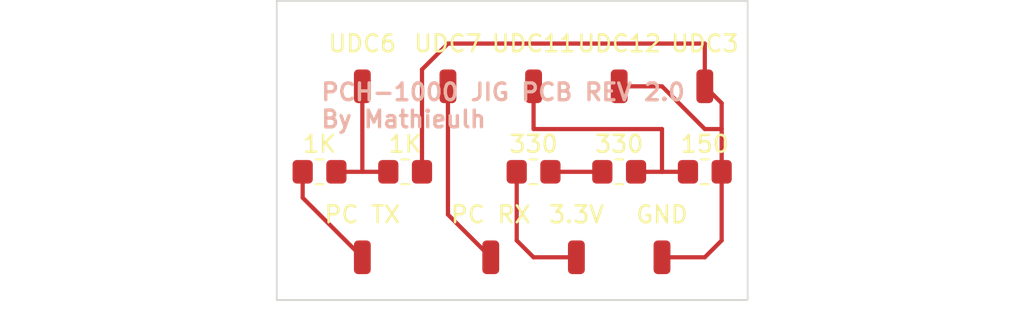
<source format=kicad_pcb>
(kicad_pcb (version 20221018) (generator pcbnew)
  (layers (0 "F.Cu" signal) (31 "B.Cu" signal) (34 "B.Paste" user) (35 "F.Paste" user) (36 "B.SilkS" user "B.Silkscreen") (37 "F.SilkS" user "F.Silkscreen") (38 "B.Mask" user) (39 "F.Mask" user) (44 "Edge.Cuts" user))
  (net 0 "")
  (footprint "Connector_Wire:SolderWirePad_1x01_SMD_1x2mm" (layer "F.Cu") (at 55.88 35.56)
    (fp_text reference "UDC12" (at 0 -2.54) (layer "F.SilkS"))
    (fp_text value "SolderWirePad_1x01_SMD_1x2mm")
    (pad "1" smd roundrect (at 0 0) (size 1 2) (layers "F.Cu" "F.Paste" "F.Mask"))
  )
  (footprint "Resistor_SMD:R_0805_2012Metric_Pad1.20x1.40mm_HandSolder" (layer "F.Cu") (at 55.88 40.64)
    (fp_text reference "330" (at 0 -1.65) (layer "F.SilkS"))
    (fp_text value "R_0805_2012Metric_Pad1.20x1.40mm_HandSolder")
    (fp_line (start -0.227064 -0.735) (end 0.227064 -0.735) (stroke (width 0.12)) (layer "F.SilkS"))
    (fp_line (start -0.227064 0.735) (end 0.227064 0.735) (stroke (width 0.12)) (layer "F.SilkS"))
    (pad "1" smd roundrect (at -1 0) (size 1.2 1.4) (layers "F.Cu" "F.Paste" "F.Mask") (roundrect_rratio 0.2083333333))
    (pad "2" smd roundrect (at 1 0) (size 1.2 1.4) (layers "F.Cu" "F.Paste" "F.Mask") (roundrect_rratio 0.2083333333))
  )
  (footprint "Resistor_SMD:R_0805_2012Metric_Pad1.20x1.40mm_HandSolder" (layer "F.Cu") (at 38.1 40.64)
    (fp_text reference "1K" (at 0 -1.65) (layer "F.SilkS"))
    (fp_text value "R_0805_2012Metric_Pad1.20x1.40mm_HandSolder")
    (fp_line (start -0.227064 -0.735) (end 0.227064 -0.735) (stroke (width 0.12)) (layer "F.SilkS"))
    (fp_line (start -0.227064 0.735) (end 0.227064 0.735) (stroke (width 0.12)) (layer "F.SilkS"))
    (pad "1" smd roundrect (at -1 0) (size 1.2 1.4) (layers "F.Cu" "F.Paste" "F.Mask") (roundrect_rratio 0.2083333333))
    (pad "2" smd roundrect (at 1 0) (size 1.2 1.4) (layers "F.Cu" "F.Paste" "F.Mask") (roundrect_rratio 0.2083333333))
  )
  (footprint "Resistor_SMD:R_0805_2012Metric_Pad1.20x1.40mm_HandSolder" (layer "F.Cu") (at 60.96 40.64)
    (fp_text reference "150" (at 0 -1.65) (layer "F.SilkS"))
    (fp_text value "R_0805_2012Metric_Pad1.20x1.40mm_HandSolder")
    (fp_line (start -0.227064 -0.735) (end 0.227064 -0.735) (stroke (width 0.12)) (layer "F.SilkS"))
    (fp_line (start -0.227064 0.735) (end 0.227064 0.735) (stroke (width 0.12)) (layer "F.SilkS"))
    (pad "1" smd roundrect (at -1 0) (size 1.2 1.4) (layers "F.Cu" "F.Paste" "F.Mask") (roundrect_rratio 0.2083333333))
    (pad "2" smd roundrect (at 1 0) (size 1.2 1.4) (layers "F.Cu" "F.Paste" "F.Mask") (roundrect_rratio 0.2083333333))
  )
  (footprint "Connector_Wire:SolderWirePad_1x01_SMD_1x2mm" (layer "F.Cu") (at 50.8 35.56)
    (fp_text reference "UDC11" (at 0 -2.54) (layer "F.SilkS"))
    (fp_text value "SolderWirePad_1x01_SMD_1x2mm")
    (pad "1" smd roundrect (at 0 0) (size 1 2) (layers "F.Cu" "F.Paste" "F.Mask"))
  )
  (footprint "Resistor_SMD:R_0805_2012Metric_Pad1.20x1.40mm_HandSolder" (layer "F.Cu") (at 50.8 40.64)
    (fp_text reference "330" (at 0 -1.65) (layer "F.SilkS"))
    (fp_text value "R_0805_2012Metric_Pad1.20x1.40mm_HandSolder")
    (fp_line (start -0.227064 -0.735) (end 0.227064 -0.735) (stroke (width 0.12)) (layer "F.SilkS"))
    (fp_line (start -0.227064 0.735) (end 0.227064 0.735) (stroke (width 0.12)) (layer "F.SilkS"))
    (pad "1" smd roundrect (at -1 0) (size 1.2 1.4) (layers "F.Cu" "F.Paste" "F.Mask") (roundrect_rratio 0.2083333333))
    (pad "2" smd roundrect (at 1 0) (size 1.2 1.4) (layers "F.Cu" "F.Paste" "F.Mask") (roundrect_rratio 0.2083333333))
  )
  (footprint "Resistor_SMD:R_0805_2012Metric_Pad1.20x1.40mm_HandSolder" (layer "F.Cu") (at 43.18 40.64)
    (fp_text reference "1K" (at 0 -1.65) (layer "F.SilkS"))
    (fp_text value "R_0805_2012Metric_Pad1.20x1.40mm_HandSolder")
    (fp_line (start -0.227064 -0.735) (end 0.227064 -0.735) (stroke (width 0.12)) (layer "F.SilkS"))
    (fp_line (start -0.227064 0.735) (end 0.227064 0.735) (stroke (width 0.12)) (layer "F.SilkS"))
    (pad "1" smd roundrect (at -1 0) (size 1.2 1.4) (layers "F.Cu" "F.Paste" "F.Mask") (roundrect_rratio 0.2083333333))
    (pad "2" smd roundrect (at 1 0) (size 1.2 1.4) (layers "F.Cu" "F.Paste" "F.Mask") (roundrect_rratio 0.2083333333))
  )
  (footprint "Connector_Wire:SolderWirePad_1x01_SMD_1x2mm" (layer "F.Cu") (at 53.34 45.72)
    (fp_text reference "3.3V" (at 0 -2.54) (layer "F.SilkS"))
    (fp_text value "SolderWirePad_1x01_SMD_1x2mm")
    (pad "1" smd roundrect (at 0 0) (size 1 2) (layers "F.Cu" "F.Paste" "F.Mask"))
  )
  (footprint "Connector_Wire:SolderWirePad_1x01_SMD_1x2mm" (layer "F.Cu") (at 45.72 35.56)
    (fp_text reference "UDC7" (at 0 -2.54) (layer "F.SilkS"))
    (fp_text value "SolderWirePad_1x01_SMD_1x2mm")
    (pad "1" smd roundrect (at 0 0) (size 1 2) (layers "F.Cu" "F.Paste" "F.Mask"))
  )
  (footprint "Connector_Wire:SolderWirePad_1x01_SMD_1x2mm" (layer "F.Cu") (at 48.26 45.72)
    (fp_text reference "PC RX" (at 0 -2.54) (layer "F.SilkS"))
    (fp_text value "SolderWirePad_1x01_SMD_1x2mm")
    (pad "1" smd roundrect (at 0 0) (size 1 2) (layers "F.Cu" "F.Paste" "F.Mask"))
  )
  (footprint "Connector_Wire:SolderWirePad_1x01_SMD_1x2mm" (layer "F.Cu") (at 58.42 45.72)
    (fp_text reference "GND" (at 0 -2.54) (layer "F.SilkS"))
    (fp_text value "SolderWirePad_1x01_SMD_1x2mm")
    (pad "1" smd roundrect (at 0 0) (size 1 2) (layers "F.Cu" "F.Paste" "F.Mask"))
  )
  (footprint "Connector_Wire:SolderWirePad_1x01_SMD_1x2mm" (layer "F.Cu") (at 40.64 35.56)
    (fp_text reference "UDC6" (at 0 -2.54) (layer "F.SilkS"))
    (fp_text value "SolderWirePad_1x01_SMD_1x2mm")
    (pad "1" smd roundrect (at 0 0) (size 1 2) (layers "F.Cu" "F.Paste" "F.Mask"))
  )
  (footprint "Connector_Wire:SolderWirePad_1x01_SMD_1x2mm" (layer "F.Cu") (at 60.96 35.56)
    (fp_text reference "UDC3" (at 0 -2.54) (layer "F.SilkS"))
    (fp_text value "SolderWirePad_1x01_SMD_1x2mm")
    (pad "1" smd roundrect (at 0 0) (size 1 2) (layers "F.Cu" "F.Paste" "F.Mask"))
  )
  (footprint "Connector_Wire:SolderWirePad_1x01_SMD_1x2mm" (layer "F.Cu") (at 40.64 45.72)
    (fp_text reference "PC TX" (at 0 -2.54) (layer "F.SilkS"))
    (fp_text value "SolderWirePad_1x01_SMD_1x2mm")
    (pad "1" smd roundrect (at 0 0) (size 1 2) (layers "F.Cu" "F.Paste" "F.Mask"))
  )
  (gr_rect (start 35.56 30.48) (end 63.5 48.26) (stroke (width 0.1)) (fill none) (layer "Edge.Cuts"))
  (gr_text "PCH-1000 JIG PCB REV 2.0\nBy Mathieulh" (at 38.1 38.1) (layer "B.SilkS") (effects (font (size 1 1) (thickness 0.2) bold) (justify left bottom)))
  (segment (start 61.96 38.1) (end 61.96 40.64) (width 0.25) (layer "F.Cu") (net 0))
  (segment (start 44.18 40.64) (end 44.18 34.56) (width 0.25) (layer "F.Cu") (net 0))
  (segment (start 37.1 42.18) (end 40.64 45.72) (width 0.25) (layer "F.Cu") (net 0))
  (segment (start 61.96 44.72) (end 60.96 45.72) (width 0.25) (layer "F.Cu") (net 0))
  (segment (start 58.42 38.1) (end 50.8 38.1) (width 0.25) (layer "F.Cu") (net 0))
  (segment (start 49.8 44.72) (end 49.8 40.64) (width 0.25) (layer "F.Cu") (net 0))
  (segment (start 61.96 36.56) (end 61.96 38.1) (width 0.25) (layer "F.Cu") (net 0))
  (segment (start 37.1 42.18) (end 37.1 40.64) (width 0.25) (layer "F.Cu") (net 0))
  (segment (start 60.96 35.56) (end 61.96 36.56) (width 0.25) (layer "F.Cu") (net 0))
  (segment (start 51.8 40.64) (end 54.88 40.64) (width 0.25) (layer "F.Cu") (net 0))
  (segment (start 49.8 44.72) (end 50.8 45.72) (width 0.25) (layer "F.Cu") (net 0))
  (segment (start 50.8 45.72) (end 53.34 45.72) (width 0.25) (layer "F.Cu") (net 0))
  (segment (start 58.42 35.56) (end 60.96 38.1) (width 0.25) (layer "F.Cu") (net 0))
  (segment (start 50.8 38.1) (end 50.8 35.56) (width 0.25) (layer "F.Cu") (net 0))
  (segment (start 58.42 40.64) (end 59.96 40.64) (width 0.25) (layer "F.Cu") (net 0))
  (segment (start 44.18 34.56) (end 45.72 33.02) (width 0.25) (layer "F.Cu") (net 0))
  (segment (start 45.72 43.18) (end 48.26 45.72) (width 0.25) (layer "F.Cu") (net 0))
  (segment (start 60.96 38.1) (end 61.96 38.1) (width 0.25) (layer "F.Cu") (net 0))
  (segment (start 40.64 35.56) (end 40.64 40.64) (width 0.25) (layer "F.Cu") (net 0))
  (segment (start 45.72 35.56) (end 45.72 43.18) (width 0.25) (layer "F.Cu") (net 0))
  (segment (start 58.42 40.64) (end 58.42 38.1) (width 0.25) (layer "F.Cu") (net 0))
  (segment (start 39.1 40.64) (end 42.18 40.64) (width 0.25) (layer "F.Cu") (net 0))
  (segment (start 56.88 40.64) (end 58.42 40.64) (width 0.25) (layer "F.Cu") (net 0))
  (segment (start 55.88 35.56) (end 58.42 35.56) (width 0.25) (layer "F.Cu") (net 0))
  (segment (start 60.96 45.72) (end 58.42 45.72) (width 0.25) (layer "F.Cu") (net 0))
  (segment (start 60.96 33.02) (end 60.96 35.56) (width 0.25) (layer "F.Cu") (net 0))
  (segment (start 61.96 44.72) (end 61.96 40.64) (width 0.25) (layer "F.Cu") (net 0))
  (segment (start 45.72 33.02) (end 60.96 33.02) (width 0.25) (layer "F.Cu") (net 0))
)
</source>
